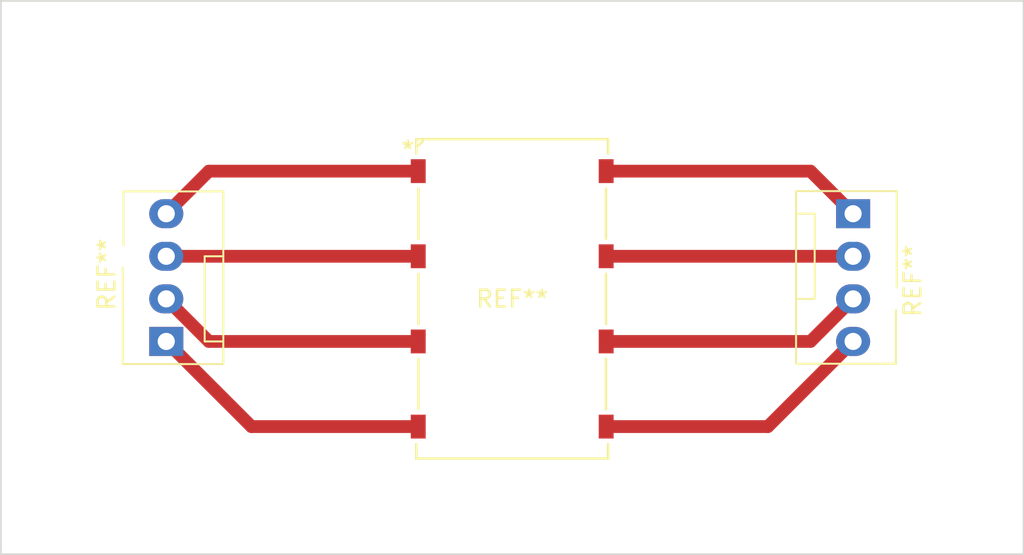
<source format=kicad_pcb>
(kicad_pcb (version 20221018) (generator pcbnew)
  (layers (0 "F.Cu" signal) (31 "B.Cu" signal) (34 "B.Paste" user) (35 "F.Paste" user) (36 "B.SilkS" user "B.Silkscreen") (37 "F.SilkS" user "F.Silkscreen") (38 "B.Mask" user) (39 "F.Mask" user) (44 "Edge.Cuts" user))
  (net 0 "")
  (footprint "Connector:FanPinHeader_1x04_P2.54mm_Vertical" (layer "F.Cu") (at 170.18 88.9 -90)
    (fp_text reference "REF**" (at 4 -3.55 90) (layer "F.SilkS"))
    (fp_text value "FanPinHeader_1x04_P2.54mm_Vertical")
    (fp_line (start -1.35 -2.6) (end 4.4 -2.6) (stroke (width 0.12)) (layer "F.SilkS"))
    (fp_line (start -1.35 3.4) (end -1.35 -2.6) (stroke (width 0.12)) (layer "F.SilkS"))
    (fp_line (start 0 2.29) (end 5.08 2.29) (stroke (width 0.12)) (layer "F.SilkS"))
    (fp_line (start 0 3.3) (end 0 2.29) (stroke (width 0.12)) (layer "F.SilkS"))
    (fp_line (start 5.08 2.29) (end 5.08 3.3) (stroke (width 0.12)) (layer "F.SilkS"))
    (fp_line (start 5.75 -2.55) (end 8.95 -2.55) (stroke (width 0.12)) (layer "F.SilkS"))
    (fp_line (start 8.95 -2.55) (end 8.95 3.4) (stroke (width 0.12)) (layer "F.SilkS"))
    (fp_line (start 8.95 3.4) (end -1.35 3.4) (stroke (width 0.12)) (layer "F.SilkS"))
    (pad "" np_thru_hole circle (at 5.08 -2.16) (size 1.1 1.1) (drill 1.1) (layers "*.Cu" "*.Mask"))
    (pad "1" thru_hole rect (at 0 0) (size 2.03 1.73) (drill 1.02) (layers "*.Cu" "*.Mask"))
    (pad "2" thru_hole oval (at 2.54 0) (size 2.03 1.73) (drill 1.02) (layers "*.Cu" "*.Mask"))
    (pad "3" thru_hole oval (at 5.08 0) (size 2.03 1.73) (drill 1.02) (layers "*.Cu" "*.Mask"))
    (pad "4" thru_hole oval (at 7.62 0) (size 2.03 1.73) (drill 1.02) (layers "*.Cu" "*.Mask"))
  )
  (footprint "Connector:FanPinHeader_1x04_P2.54mm_Vertical" (layer "F.Cu") (at 129.24 96.52 90)
    (fp_text reference "REF**" (at 4 -3.55 90) (layer "F.SilkS"))
    (fp_text value "FanPinHeader_1x04_P2.54mm_Vertical")
    (fp_line (start -1.35 -2.6) (end 4.4 -2.6) (stroke (width 0.12)) (layer "F.SilkS"))
    (fp_line (start -1.35 3.4) (end -1.35 -2.6) (stroke (width 0.12)) (layer "F.SilkS"))
    (fp_line (start 0 2.29) (end 5.08 2.29) (stroke (width 0.12)) (layer "F.SilkS"))
    (fp_line (start 0 3.3) (end 0 2.29) (stroke (width 0.12)) (layer "F.SilkS"))
    (fp_line (start 5.08 2.29) (end 5.08 3.3) (stroke (width 0.12)) (layer "F.SilkS"))
    (fp_line (start 5.75 -2.55) (end 8.95 -2.55) (stroke (width 0.12)) (layer "F.SilkS"))
    (fp_line (start 8.95 -2.55) (end 8.95 3.4) (stroke (width 0.12)) (layer "F.SilkS"))
    (fp_line (start 8.95 3.4) (end -1.35 3.4) (stroke (width 0.12)) (layer "F.SilkS"))
    (pad "" np_thru_hole circle (at 5.08 -2.16 180) (size 1.1 1.1) (drill 1.1) (layers "*.Cu" "*.Mask"))
    (pad "1" thru_hole rect (at 0 0 180) (size 2.03 1.73) (drill 1.02) (layers "*.Cu" "*.Mask"))
    (pad "2" thru_hole oval (at 2.54 0 180) (size 2.03 1.73) (drill 1.02) (layers "*.Cu" "*.Mask"))
    (pad "3" thru_hole oval (at 5.08 0 180) (size 2.03 1.73) (drill 1.02) (layers "*.Cu" "*.Mask"))
    (pad "4" thru_hole oval (at 7.62 0 180) (size 2.03 1.73) (drill 1.02) (layers "*.Cu" "*.Mask"))
  )
  (footprint "BPF:HF1139_MNC" (layer "F.Cu") (at 149.86 93.98)
    (fp_text reference "REF**" (at 0 0 unlocked) (layer "F.SilkS"))
    (fp_text value "HF1139_MNC")
    (fp_text user "*" (at -6.223 -8.89 unlocked) (layer "F.SilkS"))
    (fp_text user "*" (at -6.223 -8.89) (layer "F.SilkS"))
    (fp_line (start -5.715 -9.525) (end 5.715 -9.525) (stroke (width 0.1524)) (layer "F.SilkS"))
    (fp_line (start -5.715 -8.66394) (end -5.715 -9.525) (stroke (width 0.1524)) (layer "F.SilkS"))
    (fp_line (start -5.715 8.66394) (end -5.715 9.525) (stroke (width 0.1524)) (layer "F.SilkS"))
    (fp_line (start -5.715 9.525) (end 5.715 9.525) (stroke (width 0.1524)) (layer "F.SilkS"))
    (fp_line (start -5.588 -6.57606) (end -5.588 -3.58394) (stroke (width 0.1524)) (layer "F.SilkS"))
    (fp_line (start -5.588 -1.49606) (end -5.588 1.49606) (stroke (width 0.1524)) (layer "F.SilkS"))
    (fp_line (start -5.588 3.58394) (end -5.588 6.57606) (stroke (width 0.1524)) (layer "F.SilkS"))
    (fp_line (start -5.334 -9.398) (end -5.588 -9.144) (stroke (width 0.1524)) (layer "F.SilkS"))
    (fp_line (start 5.588 -6.57606) (end 5.588 -3.58394) (stroke (width 0.1524)) (layer "F.SilkS"))
    (fp_line (start 5.588 -1.49606) (end 5.588 1.49606) (stroke (width 0.1524)) (layer "F.SilkS"))
    (fp_line (start 5.588 3.58394) (end 5.588 6.57606) (stroke (width 0.1524)) (layer "F.SilkS"))
    (fp_line (start 5.715 -8.66394) (end 5.715 -9.525) (stroke (width 0.1524)) (layer "F.SilkS"))
    (fp_line (start 5.715 8.66394) (end 5.715 9.525) (stroke (width 0.1524)) (layer "F.SilkS"))
    (pad "1" smd rect (at -5.6007 -7.62) (size 0.889 1.4224) (layers "F.Cu" "F.Paste" "F.Mask"))
    (pad "2" smd rect (at 5.6007 -7.62) (size 0.889 1.4224) (layers "F.Cu" "F.Paste" "F.Mask"))
    (pad "3" smd rect (at -5.6007 -2.54) (size 0.889 1.4224) (layers "F.Cu" "F.Paste" "F.Mask"))
    (pad "4" smd rect (at 5.6007 -2.54) (size 0.889 1.4224) (layers "F.Cu" "F.Paste" "F.Mask"))
    (pad "5" smd rect (at -5.6007 2.54) (size 0.889 1.4224) (layers "F.Cu" "F.Paste" "F.Mask"))
    (pad "6" smd rect (at 5.6007 2.54) (size 0.889 1.4224) (layers "F.Cu" "F.Paste" "F.Mask"))
    (pad "7" smd rect (at -5.6007 7.62) (size 0.889 1.4224) (layers "F.Cu" "F.Paste" "F.Mask"))
    (pad "8" smd rect (at 5.6007 7.62) (size 0.889 1.4224) (layers "F.Cu" "F.Paste" "F.Mask"))
  )
  (gr_rect (start 119.38 76.2) (end 180.34 109.22) (stroke (width 0.1)) (fill none) (layer "Edge.Cuts"))
  (segment (start 155.4607 86.36) (end 167.64 86.36) (width 0.762) (layer "F.Cu") (net 0))
  (segment (start 144.2593 96.52) (end 131.78 96.52) (width 0.762) (layer "F.Cu") (net 0))
  (segment (start 167.64 96.52) (end 170.18 93.98) (width 0.762) (layer "F.Cu") (net 0))
  (segment (start 144.2593 101.6) (end 134.32 101.6) (width 0.762) (layer "F.Cu") (net 0))
  (segment (start 167.64 86.36) (end 170.18 88.9) (width 0.762) (layer "F.Cu") (net 0))
  (segment (start 131.78 96.52) (end 129.24 93.98) (width 0.762) (layer "F.Cu") (net 0))
  (segment (start 144.2593 86.36) (end 131.78 86.36) (width 0.762) (layer "F.Cu") (net 0))
  (segment (start 155.4607 101.6) (end 165.1 101.6) (width 0.762) (layer "F.Cu") (net 0))
  (segment (start 155.4607 96.52) (end 167.64 96.52) (width 0.762) (layer "F.Cu") (net 0))
  (segment (start 155.4607 91.44) (end 170.18 91.44) (width 0.762) (layer "F.Cu") (net 0))
  (segment (start 165.1 101.6) (end 170.18 96.52) (width 0.762) (layer "F.Cu") (net 0))
  (segment (start 144.2593 91.44) (end 129.24 91.44) (width 0.762) (layer "F.Cu") (net 0))
  (segment (start 131.78 86.36) (end 129.24 88.9) (width 0.762) (layer "F.Cu") (net 0))
  (segment (start 134.32 101.6) (end 129.24 96.52) (width 0.762) (layer "F.Cu") (net 0))
)
</source>
